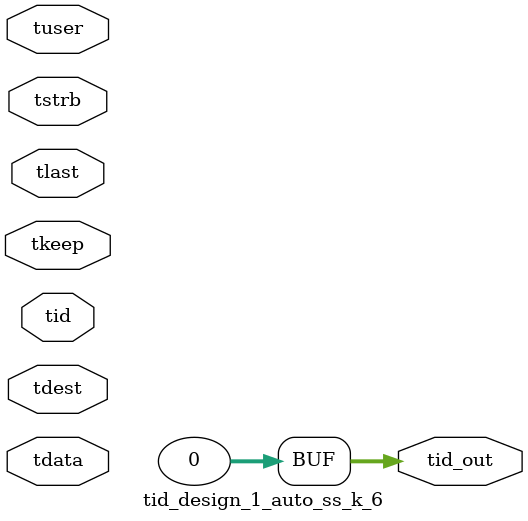
<source format=v>


`timescale 1ps/1ps

module tid_design_1_auto_ss_k_6 #
(
parameter C_S_AXIS_TID_WIDTH   = 1,
parameter C_S_AXIS_TUSER_WIDTH = 0,
parameter C_S_AXIS_TDATA_WIDTH = 0,
parameter C_S_AXIS_TDEST_WIDTH = 0,
parameter C_M_AXIS_TID_WIDTH   = 32
)
(
input  [(C_S_AXIS_TID_WIDTH   == 0 ? 1 : C_S_AXIS_TID_WIDTH)-1:0       ] tid,
input  [(C_S_AXIS_TDATA_WIDTH == 0 ? 1 : C_S_AXIS_TDATA_WIDTH)-1:0     ] tdata,
input  [(C_S_AXIS_TUSER_WIDTH == 0 ? 1 : C_S_AXIS_TUSER_WIDTH)-1:0     ] tuser,
input  [(C_S_AXIS_TDEST_WIDTH == 0 ? 1 : C_S_AXIS_TDEST_WIDTH)-1:0     ] tdest,
input  [(C_S_AXIS_TDATA_WIDTH/8)-1:0 ] tkeep,
input  [(C_S_AXIS_TDATA_WIDTH/8)-1:0 ] tstrb,
input                                                                    tlast,
output [(C_M_AXIS_TID_WIDTH   == 0 ? 1 : C_M_AXIS_TID_WIDTH)-1:0       ] tid_out
);

assign tid_out = {1'b0};

endmodule


</source>
